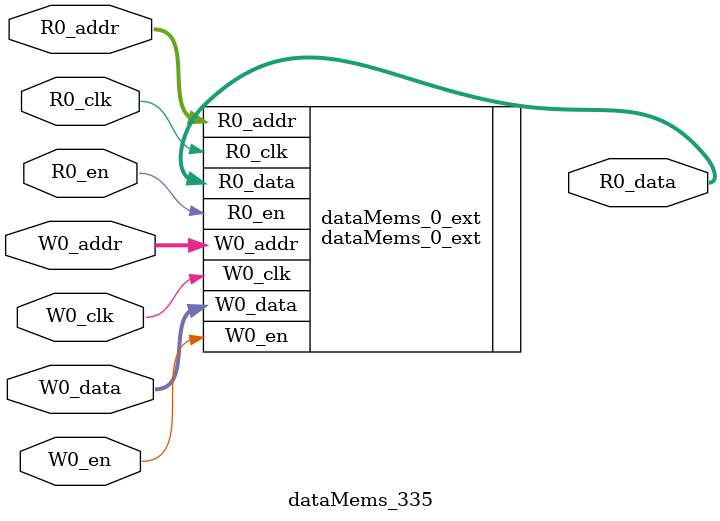
<source format=sv>
`ifndef RANDOMIZE
  `ifdef RANDOMIZE_REG_INIT
    `define RANDOMIZE
  `endif // RANDOMIZE_REG_INIT
`endif // not def RANDOMIZE
`ifndef RANDOMIZE
  `ifdef RANDOMIZE_MEM_INIT
    `define RANDOMIZE
  `endif // RANDOMIZE_MEM_INIT
`endif // not def RANDOMIZE

`ifndef RANDOM
  `define RANDOM $random
`endif // not def RANDOM

// Users can define 'PRINTF_COND' to add an extra gate to prints.
`ifndef PRINTF_COND_
  `ifdef PRINTF_COND
    `define PRINTF_COND_ (`PRINTF_COND)
  `else  // PRINTF_COND
    `define PRINTF_COND_ 1
  `endif // PRINTF_COND
`endif // not def PRINTF_COND_

// Users can define 'ASSERT_VERBOSE_COND' to add an extra gate to assert error printing.
`ifndef ASSERT_VERBOSE_COND_
  `ifdef ASSERT_VERBOSE_COND
    `define ASSERT_VERBOSE_COND_ (`ASSERT_VERBOSE_COND)
  `else  // ASSERT_VERBOSE_COND
    `define ASSERT_VERBOSE_COND_ 1
  `endif // ASSERT_VERBOSE_COND
`endif // not def ASSERT_VERBOSE_COND_

// Users can define 'STOP_COND' to add an extra gate to stop conditions.
`ifndef STOP_COND_
  `ifdef STOP_COND
    `define STOP_COND_ (`STOP_COND)
  `else  // STOP_COND
    `define STOP_COND_ 1
  `endif // STOP_COND
`endif // not def STOP_COND_

// Users can define INIT_RANDOM as general code that gets injected into the
// initializer block for modules with registers.
`ifndef INIT_RANDOM
  `define INIT_RANDOM
`endif // not def INIT_RANDOM

// If using random initialization, you can also define RANDOMIZE_DELAY to
// customize the delay used, otherwise 0.002 is used.
`ifndef RANDOMIZE_DELAY
  `define RANDOMIZE_DELAY 0.002
`endif // not def RANDOMIZE_DELAY

// Define INIT_RANDOM_PROLOG_ for use in our modules below.
`ifndef INIT_RANDOM_PROLOG_
  `ifdef RANDOMIZE
    `ifdef VERILATOR
      `define INIT_RANDOM_PROLOG_ `INIT_RANDOM
    `else  // VERILATOR
      `define INIT_RANDOM_PROLOG_ `INIT_RANDOM #`RANDOMIZE_DELAY begin end
    `endif // VERILATOR
  `else  // RANDOMIZE
    `define INIT_RANDOM_PROLOG_
  `endif // RANDOMIZE
`endif // not def INIT_RANDOM_PROLOG_

// Include register initializers in init blocks unless synthesis is set
`ifndef SYNTHESIS
  `ifndef ENABLE_INITIAL_REG_
    `define ENABLE_INITIAL_REG_
  `endif // not def ENABLE_INITIAL_REG_
`endif // not def SYNTHESIS

// Include rmemory initializers in init blocks unless synthesis is set
`ifndef SYNTHESIS
  `ifndef ENABLE_INITIAL_MEM_
    `define ENABLE_INITIAL_MEM_
  `endif // not def ENABLE_INITIAL_MEM_
`endif // not def SYNTHESIS

module dataMems_335(	// @[generators/ara/src/main/scala/UnsafeAXI4ToTL.scala:365:62]
  input  [4:0]  R0_addr,
  input         R0_en,
  input         R0_clk,
  output [66:0] R0_data,
  input  [4:0]  W0_addr,
  input         W0_en,
  input         W0_clk,
  input  [66:0] W0_data
);

  dataMems_0_ext dataMems_0_ext (	// @[generators/ara/src/main/scala/UnsafeAXI4ToTL.scala:365:62]
    .R0_addr (R0_addr),
    .R0_en   (R0_en),
    .R0_clk  (R0_clk),
    .R0_data (R0_data),
    .W0_addr (W0_addr),
    .W0_en   (W0_en),
    .W0_clk  (W0_clk),
    .W0_data (W0_data)
  );
endmodule


</source>
